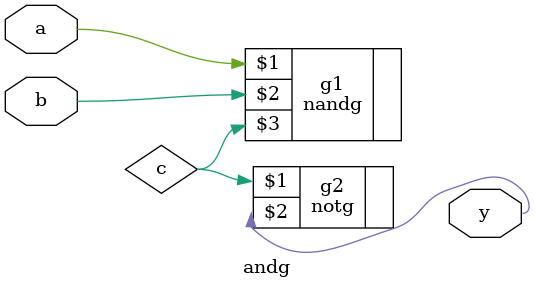
<source format=v>
`ifndef nandg
  `include "src/nandg.v"
`endif
`ifndef notg
  `include "src/notg.v"
`endif

`define andg 1

module andg (input a, input b, output y);
  wire c;

  nandg g1 (a, b, c);
  notg g2 (c, y);
endmodule

</source>
